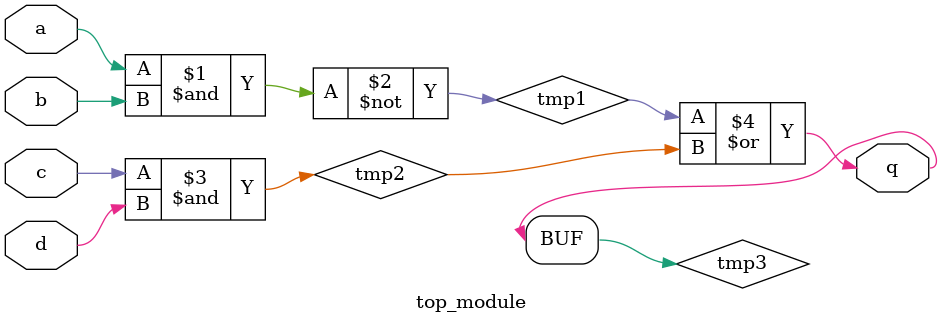
<source format=sv>
module top_module (
    input a, 
    input b, 
    input c, 
    input d,
    output q
);

wire tmp1, tmp2, tmp3;

// Implement the combinational logic
assign tmp1 = ~(a & b);
assign tmp2 = c & d;
assign tmp3 = tmp1 | tmp2;
assign q = tmp3;

endmodule

</source>
